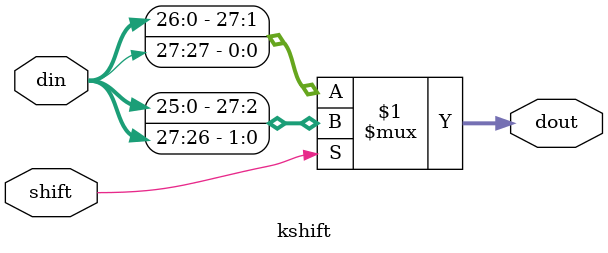
<source format=sv>
/*
File     : kshift.sv
Designer : Dustin Brothers <github.com/rdustinb>
Date     : April 30, 2011
Abstract : Key shift operation based on a given
         number input to this block.

-----------------------------------------------------
Description    :
   This operation is used as part of the key expansion
algorithm to mix the current state of both the C and
D data values.

If a 0 is applied to the shift port, the left shift
only moves one bit place. If a 1 is applied to the 
shift port, the left shift moves two bit places.

ToDo           :
   Complete logic 
   Simulate and verify 

Known Issues   :

-----------------------------------------------------
Development Log
-----------------------------------------------------
Date        Init     Description
-----------------------------------------------------
04/30/11    DB       Initial Design
-----------------------------------------------------
*/

`timescale 1ns/100ps

module kshift(
   input [27:0]   din,           // 28-bit Data in
   input          shift,         // Shift control
   output [27:0]  dout           // 28-bit Data out
   );

// Shift Left!
assign dout = (shift) ?
   {din[25:0],din[27:26]} :      // If shift == 1, shift two places
   {din[26:0],din[27]} ;         // Else shift one place
   
endmodule

</source>
